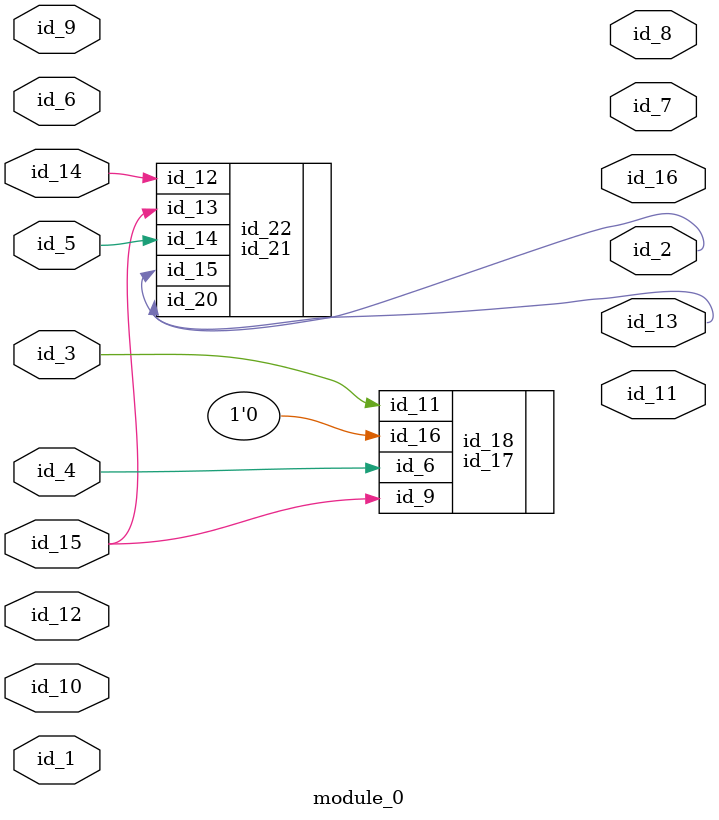
<source format=v>
module module_0 (
    id_1,
    id_2,
    id_3,
    id_4,
    id_5,
    id_6,
    id_7,
    id_8,
    id_9,
    id_10,
    id_11,
    id_12,
    id_13,
    id_14,
    id_15,
    id_16
);
  output id_16;
  input id_15;
  input id_14;
  output id_13;
  input id_12;
  output id_11;
  input id_10;
  input id_9;
  output id_8;
  output id_7;
  input id_6;
  input id_5;
  input id_4;
  input id_3;
  output id_2;
  input id_1;
  id_17 id_18 (
      .id_6 (id_4),
      .id_11(id_3),
      .id_16(1'd0),
      .id_9 (id_15)
  );
  id_19 id_20 (
      .id_3 (id_10),
      .id_10(id_10)
  );
  id_21 id_22 (
      .id_12(id_14),
      .id_20(id_13),
      .id_15(id_2),
      .id_13(id_15),
      .id_14(id_5)
  );
endmodule

</source>
